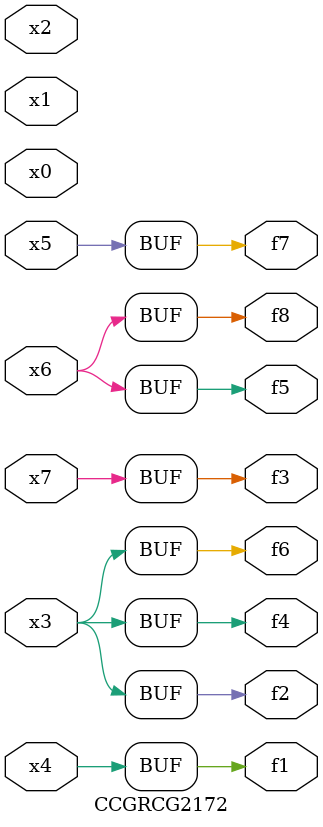
<source format=v>
module CCGRCG2172(
	input x0, x1, x2, x3, x4, x5, x6, x7,
	output f1, f2, f3, f4, f5, f6, f7, f8
);
	assign f1 = x4;
	assign f2 = x3;
	assign f3 = x7;
	assign f4 = x3;
	assign f5 = x6;
	assign f6 = x3;
	assign f7 = x5;
	assign f8 = x6;
endmodule

</source>
